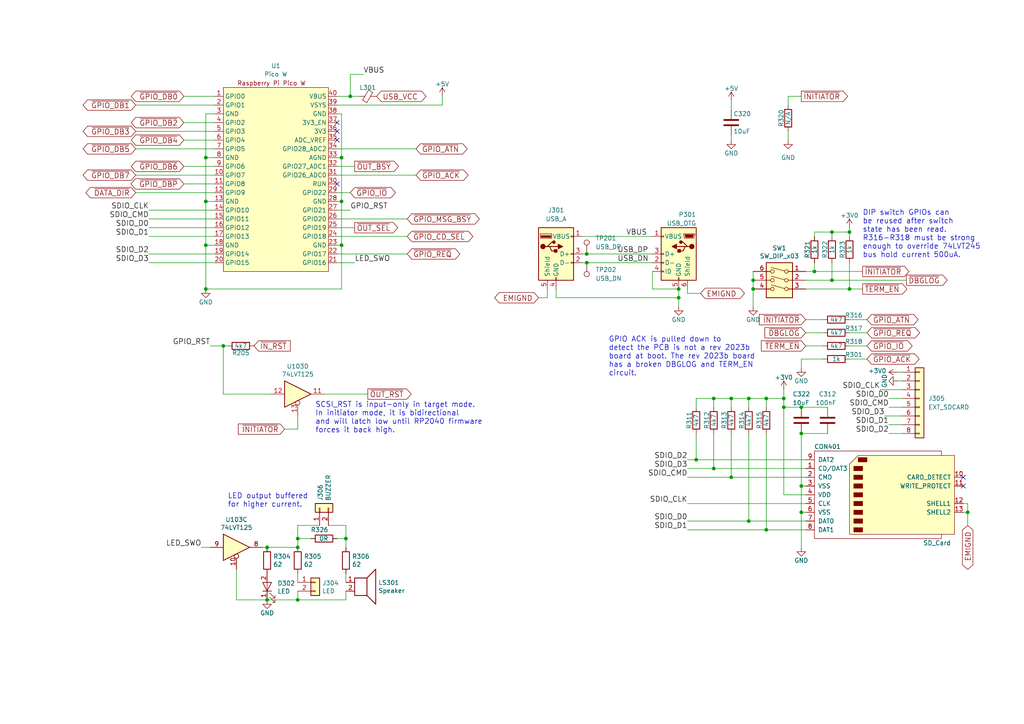
<source format=kicad_sch>
(kicad_sch (version 20230121) (generator eeschema)
  (paper "A4")
  (title_block (title "ZuluSCSI (TM) Pico OSHW") (date "2023-09-19") (rev "2023d") (company "(C) Rabbit Hole Computing ") (comment 1 "ZuluSCSI is a registered trademark of") (comment 2 "Descended from SCSI2SD, with special thanks to Michael McMaster"))
  (lib_symbols
    (symbol "74xx:74LVC125" (pin_names (offset 1.016))
      (property "Reference" "U" (at 0 1.27 0))
      (property "Value" "74LVC125" (at 0 -1.27 0))
      (symbol "74LVC125_1_0"
        (pin input inverted (at 0 -6.35 90) (length 4.445) (name "~") (number "1"))
        (pin input line (at -7.62 0 0) (length 3.81) (name "~") (number "2"))
        (pin tri_state line (at 7.62 0 180) (length 3.81) (name "~") (number "3"))
      )
      (symbol "74LVC125_2_0"
        (pin input inverted (at 0 -6.35 90) (length 4.445) (name "~") (number "4"))
        (pin input line (at -7.62 0 0) (length 3.81) (name "~") (number "5"))
        (pin tri_state line (at 7.62 0 180) (length 3.81) (name "~") (number "6"))
      )
      (symbol "74LVC125_3_0"
        (pin input inverted (at 0 -6.35 90) (length 4.445) (name "~") (number "10"))
        (pin tri_state line (at 7.62 0 180) (length 3.81) (name "~") (number "8"))
        (pin input line (at -7.62 0 0) (length 3.81) (name "~") (number "9"))
      )
      (symbol "74LVC125_4_0"
        (pin tri_state line (at 7.62 0 180) (length 3.81) (name "~") (number "11"))
        (pin input line (at -7.62 0 0) (length 3.81) (name "~") (number "12"))
        (pin input inverted (at 0 -6.35 90) (length 4.445) (name "~") (number "13"))
      )
      (symbol "74LVC125_5_0"
        (pin power_in line (at 0 12.7 270) (length 5.08) (name "VCC") (number "14"))
        (pin power_in line (at 0 -12.7 90) (length 5.08) (name "GND") (number "7"))
      )
    )
    (symbol "Connector:TestPoint" (pin_numbers hide) (pin_names (offset 0.762) hide)
      (property "Reference" "TP" (at 0 6.858 0))
      (property "Value" "TestPoint" (at 0 5.08 0))
      (symbol "TestPoint_1_1"
        (pin passive line (at 0 0 90) (length 2.54) (name "1") (number "1"))
      )
    )
    (symbol "Connector:USB_A" (pin_names (offset 1.016))
      (property "Reference" "J" (at -5.08 11.43 0))
      (property "Value" "USB_A" (at -5.08 8.89 0))
      (symbol "USB_A_1_1"
        (pin power_in line (at 7.62 5.08 180) (length 2.54) (name "VBUS") (number "1"))
        (pin bidirectional line (at 7.62 -2.54 180) (length 2.54) (name "D-") (number "2"))
        (pin bidirectional line (at 7.62 0 180) (length 2.54) (name "D+") (number "3"))
        (pin power_in line (at 0 -10.16 90) (length 2.54) (name "GND") (number "4"))
        (pin passive line (at -2.54 -10.16 90) (length 2.54) (name "Shield") (number "5"))
      )
    )
    (symbol "Connector_Generic:Conn_01x08" (pin_names (offset 1.016) hide)
      (property "Reference" "J" (at 0 10.16 0))
      (property "Value" "Conn_01x08" (at 0 -12.7 0))
      (symbol "Conn_01x08_1_1"
        (pin passive line (at -5.08 7.62 0) (length 3.81) (name "Pin_1") (number "1"))
        (pin passive line (at -5.08 5.08 0) (length 3.81) (name "Pin_2") (number "2"))
        (pin passive line (at -5.08 2.54 0) (length 3.81) (name "Pin_3") (number "3"))
        (pin passive line (at -5.08 0 0) (length 3.81) (name "Pin_4") (number "4"))
        (pin passive line (at -5.08 -2.54 0) (length 3.81) (name "Pin_5") (number "5"))
        (pin passive line (at -5.08 -5.08 0) (length 3.81) (name "Pin_6") (number "6"))
        (pin passive line (at -5.08 -7.62 0) (length 3.81) (name "Pin_7") (number "7"))
        (pin passive line (at -5.08 -10.16 0) (length 3.81) (name "Pin_8") (number "8"))
      )
    )
    (symbol "Device:FerriteBead_Small" (pin_numbers hide) (pin_names (offset 0))
      (property "Reference" "FB" (at 1.905 1.27 0))
      (property "Value" "FerriteBead_Small" (at 1.905 -1.27 0))
      (symbol "FerriteBead_Small_1_1"
        (pin passive line (at 0 2.54 270) (length 1.27) (name "~") (number "1"))
        (pin passive line (at 0 -2.54 90) (length 1.27) (name "~") (number "2"))
      )
    )
    (symbol "Device:Speaker" (pin_names (offset 0) hide)
      (property "Reference" "LS" (at 1.27 5.715 0))
      (property "Value" "Speaker" (at 1.27 3.81 0))
      (symbol "Speaker_1_1"
        (pin input line (at -5.08 0 0) (length 2.54) (name "1") (number "1"))
        (pin input line (at -5.08 -2.54 0) (length 2.54) (name "2") (number "2"))
      )
    )
    (symbol "MCU_RaspberryPi_and_Boards:Pico W"
      (property "Reference" "U" (at -13.97 27.94 0))
      (property "Value" "Pico W" (at 0 19.05 0))
      (symbol "Pico W_1_0"
        (text "Raspberry Pi Pico W" (at -1.27 27.94 0) (effects (font (size 1.27 1.27))))
      )
      (symbol "Pico W_1_1"
        (pin bidirectional line (at -17.78 24.13 0) (length 2.54) (name "GPIO0") (number "1"))
        (pin bidirectional line (at -17.78 1.27 0) (length 2.54) (name "GPIO7") (number "10"))
        (pin bidirectional line (at -17.78 -1.27 0) (length 2.54) (name "GPIO8") (number "11"))
        (pin bidirectional line (at -17.78 -3.81 0) (length 2.54) (name "GPIO9") (number "12"))
        (pin power_in line (at -17.78 -6.35 0) (length 2.54) (name "GND") (number "13"))
        (pin bidirectional line (at -17.78 -8.89 0) (length 2.54) (name "GPIO10") (number "14"))
        (pin bidirectional line (at -17.78 -11.43 0) (length 2.54) (name "GPIO11") (number "15"))
        (pin bidirectional line (at -17.78 -13.97 0) (length 2.54) (name "GPIO12") (number "16"))
        (pin bidirectional line (at -17.78 -16.51 0) (length 2.54) (name "GPIO13") (number "17"))
        (pin power_in line (at -17.78 -19.05 0) (length 2.54) (name "GND") (number "18"))
        (pin bidirectional line (at -17.78 -21.59 0) (length 2.54) (name "GPIO14") (number "19"))
        (pin bidirectional line (at -17.78 21.59 0) (length 2.54) (name "GPIO1") (number "2"))
        (pin bidirectional line (at -17.78 -24.13 0) (length 2.54) (name "GPIO15") (number "20"))
        (pin bidirectional line (at 17.78 -24.13 180) (length 2.54) (name "GPIO16") (number "21"))
        (pin bidirectional line (at 17.78 -21.59 180) (length 2.54) (name "GPIO17") (number "22"))
        (pin power_in line (at 17.78 -19.05 180) (length 2.54) (name "GND") (number "23"))
        (pin bidirectional line (at 17.78 -16.51 180) (length 2.54) (name "GPIO18") (number "24"))
        (pin bidirectional line (at 17.78 -13.97 180) (length 2.54) (name "GPIO19") (number "25"))
        (pin bidirectional line (at 17.78 -11.43 180) (length 2.54) (name "GPIO20") (number "26"))
        (pin bidirectional line (at 17.78 -8.89 180) (length 2.54) (name "GPIO21") (number "27"))
        (pin power_in line (at 17.78 -6.35 180) (length 2.54) (name "GND") (number "28"))
        (pin bidirectional line (at 17.78 -3.81 180) (length 2.54) (name "GPIO22") (number "29"))
        (pin power_in line (at -17.78 19.05 0) (length 2.54) (name "GND") (number "3"))
        (pin input line (at 17.78 -1.27 180) (length 2.54) (name "RUN") (number "30"))
        (pin bidirectional line (at 17.78 1.27 180) (length 2.54) (name "GPIO26_ADC0") (number "31"))
        (pin bidirectional line (at 17.78 3.81 180) (length 2.54) (name "GPIO27_ADC1") (number "32"))
        (pin power_in line (at 17.78 6.35 180) (length 2.54) (name "AGND") (number "33"))
        (pin bidirectional line (at 17.78 8.89 180) (length 2.54) (name "GPIO28_ADC2") (number "34"))
        (pin power_in line (at 17.78 11.43 180) (length 2.54) (name "ADC_VREF") (number "35"))
        (pin power_in line (at 17.78 13.97 180) (length 2.54) (name "3V3") (number "36"))
        (pin input line (at 17.78 16.51 180) (length 2.54) (name "3V3_EN") (number "37"))
        (pin bidirectional line (at 17.78 19.05 180) (length 2.54) (name "GND") (number "38"))
        (pin power_in line (at 17.78 21.59 180) (length 2.54) (name "VSYS") (number "39"))
        (pin bidirectional line (at -17.78 16.51 0) (length 2.54) (name "GPIO2") (number "4"))
        (pin power_in line (at 17.78 24.13 180) (length 2.54) (name "VBUS") (number "40"))
        (pin bidirectional line (at -17.78 13.97 0) (length 2.54) (name "GPIO3") (number "5"))
        (pin bidirectional line (at -17.78 11.43 0) (length 2.54) (name "GPIO4") (number "6"))
        (pin bidirectional line (at -17.78 8.89 0) (length 2.54) (name "GPIO5") (number "7"))
        (pin power_in line (at -17.78 6.35 0) (length 2.54) (name "GND") (number "8"))
        (pin bidirectional line (at -17.78 3.81 0) (length 2.54) (name "GPIO6") (number "9"))
      )
    )
    (symbol "Switch:SW_DIP_x03" (pin_names (offset 0) hide)
      (property "Reference" "SW" (at 0 8.89 0))
      (property "Value" "SW_DIP_x03" (at 0 -3.81 0))
      (symbol "SW_DIP_x03_1_1"
        (pin passive line (at -7.62 5.08 0) (length 5.08) (name "~") (number "1"))
        (pin passive line (at -7.62 2.54 0) (length 5.08) (name "~") (number "2"))
        (pin passive line (at -7.62 0 0) (length 5.08) (name "~") (number "3"))
        (pin passive line (at 7.62 0 180) (length 5.08) (name "~") (number "4"))
        (pin passive line (at 7.62 2.54 180) (length 5.08) (name "~") (number "5"))
        (pin passive line (at 7.62 5.08 180) (length 5.08) (name "~") (number "6"))
      )
    )
    (symbol "ZuluSCSIscsi-rescue:GND" (power) (pin_names (offset 0))
      (property "Value" "GND" (at 0 -3.81 0))
      (symbol "GND_1_1"
        (pin power_in line (at 0 0 270) (length 0) hide (name "GND") (number "1"))
      )
    )
    (symbol "ZuluSCSIscsi-rescue:USB_OTG" (pin_names (offset 1.016))
      (property "Reference" "J" (at -5.08 11.43 0))
      (property "Value" "USB_OTG" (at -5.08 8.89 0))
      (symbol "USB_OTG_1_1"
        (pin power_in line (at 7.62 5.08 180) (length 2.54) (name "VBUS") (number "1"))
        (pin passive line (at 7.62 -2.54 180) (length 2.54) (name "D-") (number "2"))
        (pin passive line (at 7.62 0 180) (length 2.54) (name "D+") (number "3"))
        (pin passive line (at 7.62 -5.08 180) (length 2.54) (name "ID") (number "4"))
        (pin power_in line (at 0 -10.16 90) (length 2.54) (name "GND") (number "5"))
        (pin passive line (at -2.54 -10.16 90) (length 2.54) (name "Shield") (number "6"))
      )
    )
    (symbol "power:GND" (power) (pin_names (offset 0))
      (property "Value" "GND" (at 0 -3.81 0))
      (symbol "GND_1_1"
        (pin power_in line (at 0 0 270) (length 0) hide (name "GND") (number "1"))
      )
    )
    (symbol "zuluscsi-rescue:+3V0" (power) (pin_names (offset 0))
      (property "Value" "+3V0" (at 0 3.556 0))
      (symbol "+3V0_1_1"
        (pin power_in line (at 0 0 90) (length 0) hide (name "+3V0") (number "1"))
      )
    )
    (symbol "zuluscsi-rescue:+5V" (power) (pin_names (offset 0))
      (property "Value" "+5V" (at 0 3.556 0))
      (symbol "+5V_1_1"
        (pin power_in line (at 0 0 90) (length 0) hide (name "+5V") (number "1"))
      )
    )
    (symbol "zuluscsi-rescue:C" (pin_numbers hide) (pin_names (offset 0.254))
      (property "Reference" "C" (at 0.635 2.54 0))
      (property "Value" "C" (at 0.635 -2.54 0))
      (symbol "C_1_1"
        (pin passive line (at 0 3.81 270) (length 2.794) (name "~") (number "1"))
        (pin passive line (at 0 -3.81 90) (length 2.794) (name "~") (number "2"))
      )
    )
    (symbol "zuluscsi-rescue:Conn_01x02" (pin_names (offset 1.016) hide)
      (property "Reference" "J" (at 0 2.54 0))
      (property "Value" "Conn_01x02" (at 0 -5.08 0))
      (symbol "Conn_01x02_1_1"
        (pin passive line (at -5.08 0 0) (length 3.81) (name "Pin_1") (number "1"))
        (pin passive line (at -5.08 -2.54 0) (length 3.81) (name "Pin_2") (number "2"))
      )
    )
    (symbol "zuluscsi-rescue:GND" (power) (pin_names (offset 0))
      (property "Value" "GND" (at 0 -3.81 0))
      (symbol "GND_1_1"
        (pin power_in line (at 0 0 270) (length 0) hide (name "GND") (number "1"))
      )
    )
    (symbol "zuluscsi-rescue:LED" (pin_names (offset 1.016) hide)
      (property "Reference" "D" (at 0 2.54 0))
      (property "Value" "LED" (at 0 -2.54 0))
      (symbol "LED_1_1"
        (pin passive line (at -3.81 0 0) (length 2.54) (name "K") (number "1"))
        (pin passive line (at 3.81 0 180) (length 2.54) (name "A") (number "2"))
      )
    )
    (symbol "zuluscsi-rescue:R" (pin_numbers hide) (pin_names (offset 0))
      (property "Reference" "R" (at 2.032 0 90))
      (property "Value" "R" (at 0 0 90))
      (symbol "R_1_1"
        (pin passive line (at 0 3.81 270) (length 1.27) (name "~") (number "1"))
        (pin passive line (at 0 -3.81 90) (length 1.27) (name "~") (number "2"))
      )
    )
    (symbol "zuluscsi-rescue:SD_Card" (pin_names (offset 1.016))
      (property "Reference" "J" (at -16.51 13.97 0))
      (property "Value" "SD_Card" (at 15.24 -13.97 0))
      (symbol "SD_Card_1_1"
        (pin input line (at -22.86 7.62 0) (length 2.54) (name "CD/DAT3") (number "1"))
        (pin input line (at 22.86 5.08 180) (length 2.54) (name "CARD_DETECT") (number "10"))
        (pin input line (at 22.86 2.54 180) (length 2.54) (name "WRITE_PROTECT") (number "11"))
        (pin input line (at 22.86 -2.54 180) (length 2.54) (name "SHELL1") (number "12"))
        (pin input line (at 22.86 -5.08 180) (length 2.54) (name "SHELL2") (number "13"))
        (pin input line (at -22.86 5.08 0) (length 2.54) (name "CMD") (number "2"))
        (pin input line (at -22.86 2.54 0) (length 2.54) (name "VSS") (number "3"))
        (pin input line (at -22.86 0 0) (length 2.54) (name "VDD") (number "4"))
        (pin input line (at -22.86 -2.54 0) (length 2.54) (name "CLK") (number "5"))
        (pin input line (at -22.86 -5.08 0) (length 2.54) (name "VSS") (number "6"))
        (pin input line (at -22.86 -7.62 0) (length 2.54) (name "DAT0") (number "7"))
        (pin input line (at -22.86 -10.16 0) (length 2.54) (name "DAT1") (number "8"))
        (pin input line (at -22.86 10.16 0) (length 2.54) (name "DAT2") (number "9"))
      )
    )
  )
  (junction (at 227.33 115.57))
  (junction (at 64.77 100.33))
  (junction (at 101.6 27.94))
  (junction (at 232.41 148.59))
  (junction (at 196.85 86.36))
  (junction (at 222.25 153.67))
  (junction (at 86.36 156.21))
  (junction (at 99.06 58.42))
  (junction (at 59.69 58.42))
  (junction (at 86.36 173.99))
  (junction (at 241.3 81.28))
  (junction (at 59.69 83.82))
  (junction (at 217.17 151.13))
  (junction (at 99.06 71.12))
  (junction (at 280.67 148.59))
  (junction (at 207.01 115.57))
  (junction (at 170.18 73.66))
  (junction (at 212.09 138.43))
  (junction (at 86.36 158.75))
  (junction (at 232.41 118.11))
  (junction (at 246.38 83.82))
  (junction (at 218.44 81.28))
  (junction (at 77.47 173.99))
  (junction (at 99.06 45.72))
  (junction (at 212.09 115.57))
  (junction (at 227.33 118.11))
  (junction (at 232.41 140.97))
  (junction (at 196.85 83.82))
  (junction (at 241.3 67.31))
  (junction (at 59.69 71.12))
  (junction (at 201.93 133.35))
  (junction (at 232.41 125.73))
  (junction (at 217.17 115.57))
  (junction (at 77.47 158.75))
  (junction (at 236.22 78.74))
  (junction (at 170.18 76.2))
  (junction (at 218.44 83.82))
  (junction (at 207.01 135.89))
  (junction (at 246.38 67.31))
  (junction (at 222.25 115.57))
  (junction (at 100.33 156.21))
  (junction (at 59.69 45.72))
  (no_connect (at 97.79 38.1))
  (no_connect (at 279.4 140.97))
  (no_connect (at 97.79 40.64))
  (no_connect (at 97.79 53.34))
  (no_connect (at 279.4 138.43))
  (no_connect (at 97.79 35.56))
  (wire (pts (xy 86.36 156.21) (xy 86.36 158.75)))
  (wire (pts (xy 39.37 38.1) (xy 62.23 38.1)))
  (wire (pts (xy 62.23 63.5) (xy 43.18 63.5)))
  (wire (pts (xy 199.39 146.05) (xy 233.68 146.05)))
  (wire (pts (xy 64.77 100.33) (xy 66.04 100.33)))
  (wire (pts (xy 62.23 76.2) (xy 43.18 76.2)))
  (wire (pts (xy 222.25 115.57) (xy 222.25 118.11)))
  (wire (pts (xy 62.23 68.58) (xy 43.18 68.58)))
  (wire (pts (xy 158.75 86.36) (xy 158.75 83.82)))
  (wire (pts (xy 62.23 66.04) (xy 43.18 66.04)))
  (wire (pts (xy 207.01 135.89) (xy 233.68 135.89)))
  (wire (pts (xy 250.19 78.74) (xy 236.22 78.74)))
  (wire (pts (xy 256.54 120.65) (xy 261.62 120.65)))
  (wire (pts (xy 232.41 118.11) (xy 227.33 118.11)))
  (wire (pts (xy 39.37 43.18) (xy 62.23 43.18)))
  (wire (pts (xy 77.47 173.99) (xy 86.36 173.99)))
  (wire (pts (xy 62.23 73.66) (xy 43.18 73.66)))
  (wire (pts (xy 97.79 48.26) (xy 102.87 48.26)))
  (wire (pts (xy 280.67 152.4) (xy 280.67 148.59)))
  (wire (pts (xy 59.69 71.12) (xy 62.23 71.12)))
  (wire (pts (xy 251.46 92.71) (xy 246.38 92.71)))
  (wire (pts (xy 233.68 148.59) (xy 232.41 148.59)))
  (wire (pts (xy 233.68 83.82) (xy 246.38 83.82)))
  (wire (pts (xy 212.09 40.64) (xy 212.09 39.37)))
  (wire (pts (xy 161.29 86.36) (xy 196.85 86.36)))
  (wire (pts (xy 196.85 83.82) (xy 196.85 86.36)))
  (wire (pts (xy 97.79 71.12) (xy 99.06 71.12)))
  (wire (pts (xy 97.79 66.04) (xy 102.87 66.04)))
  (wire (pts (xy 59.69 58.42) (xy 59.69 71.12)))
  (wire (pts (xy 97.79 55.88) (xy 101.6 55.88)))
  (wire (pts (xy 238.76 104.14) (xy 232.41 104.14)))
  (wire (pts (xy 280.67 148.59) (xy 279.4 148.59)))
  (wire (pts (xy 212.09 115.57) (xy 217.17 115.57)))
  (wire (pts (xy 232.41 158.75) (xy 232.41 148.59)))
  (wire (pts (xy 59.69 71.12) (xy 59.69 83.82)))
  (wire (pts (xy 212.09 29.21) (xy 212.09 31.75)))
  (wire (pts (xy 217.17 125.73) (xy 217.17 151.13)))
  (wire (pts (xy 241.3 81.28) (xy 241.3 76.2)))
  (wire (pts (xy 238.76 100.33) (xy 233.68 100.33)))
  (wire (pts (xy 218.44 83.82) (xy 218.44 88.9)))
  (wire (pts (xy 59.69 33.02) (xy 59.69 45.72)))
  (wire (pts (xy 212.09 125.73) (xy 212.09 138.43)))
  (wire (pts (xy 232.41 148.59) (xy 232.41 140.97)))
  (wire (pts (xy 86.36 152.4) (xy 86.36 156.21)))
  (wire (pts (xy 246.38 83.82) (xy 250.19 83.82)))
  (wire (pts (xy 228.6 40.64) (xy 228.6 38.1)))
  (wire (pts (xy 62.23 33.02) (xy 59.69 33.02)))
  (wire (pts (xy 58.42 158.75) (xy 60.96 158.75)))
  (wire (pts (xy 97.79 43.18) (xy 120.65 43.18)))
  (wire (pts (xy 86.36 168.91) (xy 86.36 166.37)))
  (wire (pts (xy 201.93 125.73) (xy 201.93 133.35)))
  (wire (pts (xy 118.11 63.5) (xy 97.79 63.5)))
  (wire (pts (xy 255.27 113.03) (xy 261.62 113.03)))
  (wire (pts (xy 161.29 83.82) (xy 161.29 86.36)))
  (wire (pts (xy 218.44 78.74) (xy 218.44 81.28)))
  (wire (pts (xy 59.69 83.82) (xy 99.06 83.82)))
  (wire (pts (xy 97.79 33.02) (xy 99.06 33.02)))
  (wire (pts (xy 236.22 67.31) (xy 236.22 68.58)))
  (wire (pts (xy 201.93 115.57) (xy 201.93 118.11)))
  (wire (pts (xy 168.91 73.66) (xy 170.18 73.66)))
  (wire (pts (xy 233.68 92.71) (xy 238.76 92.71)))
  (wire (pts (xy 280.67 146.05) (xy 279.4 146.05)))
  (wire (pts (xy 53.34 40.64) (xy 62.23 40.64)))
  (wire (pts (xy 97.79 76.2) (xy 102.87 76.2)))
  (wire (pts (xy 227.33 118.11) (xy 227.33 143.51)))
  (wire (pts (xy 99.06 58.42) (xy 99.06 71.12)))
  (wire (pts (xy 62.23 60.96) (xy 43.18 60.96)))
  (wire (pts (xy 199.39 138.43) (xy 212.09 138.43)))
  (wire (pts (xy 77.47 173.99) (xy 68.58 173.99)))
  (wire (pts (xy 68.58 173.99) (xy 68.58 165.1)))
  (wire (pts (xy 53.34 53.34) (xy 62.23 53.34)))
  (wire (pts (xy 97.79 45.72) (xy 99.06 45.72)))
  (wire (pts (xy 100.33 173.99) (xy 100.33 171.45)))
  (wire (pts (xy 207.01 115.57) (xy 201.93 115.57)))
  (wire (pts (xy 218.44 81.28) (xy 218.44 83.82)))
  (wire (pts (xy 217.17 115.57) (xy 222.25 115.57)))
  (wire (pts (xy 199.39 133.35) (xy 201.93 133.35)))
  (wire (pts (xy 39.37 30.48) (xy 62.23 30.48)))
  (wire (pts (xy 100.33 156.21) (xy 100.33 158.75)))
  (wire (pts (xy 189.23 78.74) (xy 189.23 83.82)))
  (wire (pts (xy 199.39 135.89) (xy 207.01 135.89)))
  (wire (pts (xy 97.79 60.96) (xy 101.6 60.96)))
  (wire (pts (xy 228.6 27.94) (xy 232.41 27.94)))
  (wire (pts (xy 170.18 73.66) (xy 189.23 73.66)))
  (wire (pts (xy 232.41 104.14) (xy 232.41 106.68)))
  (wire (pts (xy 207.01 118.11) (xy 207.01 115.57)))
  (wire (pts (xy 168.91 76.2) (xy 170.18 76.2)))
  (wire (pts (xy 212.09 138.43) (xy 233.68 138.43)))
  (wire (pts (xy 82.55 124.46) (xy 86.36 124.46)))
  (wire (pts (xy 222.25 125.73) (xy 222.25 153.67)))
  (wire (pts (xy 203.2 85.09) (xy 199.39 85.09)))
  (wire (pts (xy 53.34 27.94) (xy 62.23 27.94)))
  (wire (pts (xy 233.68 153.67) (xy 222.25 153.67)))
  (wire (pts (xy 236.22 76.2) (xy 236.22 78.74)))
  (wire (pts (xy 93.98 114.3) (xy 106.68 114.3)))
  (wire (pts (xy 217.17 115.57) (xy 217.17 118.11)))
  (wire (pts (xy 97.79 50.8) (xy 120.65 50.8)))
  (wire (pts (xy 232.41 118.11) (xy 240.03 118.11)))
  (wire (pts (xy 59.69 58.42) (xy 62.23 58.42)))
  (wire (pts (xy 78.74 114.3) (xy 64.77 114.3)))
  (wire (pts (xy 60.96 100.33) (xy 64.77 100.33)))
  (wire (pts (xy 217.17 151.13) (xy 233.68 151.13)))
  (wire (pts (xy 227.33 143.51) (xy 233.68 143.51)))
  (wire (pts (xy 128.27 30.48) (xy 128.27 27.94)))
  (wire (pts (xy 262.89 81.28) (xy 241.3 81.28)))
  (wire (pts (xy 100.33 152.4) (xy 100.33 156.21)))
  (wire (pts (xy 227.33 113.03) (xy 227.33 115.57)))
  (wire (pts (xy 86.36 156.21) (xy 90.17 156.21)))
  (wire (pts (xy 222.25 115.57) (xy 227.33 115.57)))
  (wire (pts (xy 86.36 173.99) (xy 86.36 171.45)))
  (wire (pts (xy 105.41 21.59) (xy 101.6 21.59)))
  (wire (pts (xy 212.09 115.57) (xy 212.09 118.11)))
  (wire (pts (xy 246.38 66.04) (xy 246.38 67.31)))
  (wire (pts (xy 118.11 73.66) (xy 97.79 73.66)))
  (wire (pts (xy 156.21 86.36) (xy 158.75 86.36)))
  (wire (pts (xy 97.79 58.42) (xy 99.06 58.42)))
  (wire (pts (xy 99.06 33.02) (xy 99.06 45.72)))
  (wire (pts (xy 227.33 115.57) (xy 227.33 118.11)))
  (wire (pts (xy 170.18 76.2) (xy 189.23 76.2)))
  (wire (pts (xy 196.85 83.82) (xy 189.23 83.82)))
  (wire (pts (xy 95.25 152.4) (xy 100.33 152.4)))
  (wire (pts (xy 77.47 158.75) (xy 86.36 158.75)))
  (wire (pts (xy 97.79 27.94) (xy 101.6 27.94)))
  (wire (pts (xy 53.34 48.26) (xy 62.23 48.26)))
  (wire (pts (xy 246.38 67.31) (xy 241.3 67.31)))
  (wire (pts (xy 228.6 30.48) (xy 228.6 27.94)))
  (wire (pts (xy 199.39 85.09) (xy 199.39 83.82)))
  (wire (pts (xy 101.6 27.94) (xy 104.14 27.94)))
  (wire (pts (xy 241.3 68.58) (xy 241.3 67.31)))
  (wire (pts (xy 59.69 45.72) (xy 62.23 45.72)))
  (wire (pts (xy 86.36 152.4) (xy 92.71 152.4)))
  (wire (pts (xy 59.69 45.72) (xy 59.69 58.42)))
  (wire (pts (xy 257.81 123.19) (xy 261.62 123.19)))
  (wire (pts (xy 97.79 30.48) (xy 128.27 30.48)))
  (wire (pts (xy 257.81 115.57) (xy 261.62 115.57)))
  (wire (pts (xy 100.33 166.37) (xy 100.33 168.91)))
  (wire (pts (xy 207.01 125.73) (xy 207.01 135.89)))
  (wire (pts (xy 222.25 153.67) (xy 199.39 153.67)))
  (wire (pts (xy 118.11 68.58) (xy 97.79 68.58)))
  (wire (pts (xy 260.35 107.95) (xy 261.62 107.95)))
  (wire (pts (xy 101.6 21.59) (xy 101.6 27.94)))
  (wire (pts (xy 232.41 125.73) (xy 240.03 125.73)))
  (wire (pts (xy 241.3 81.28) (xy 233.68 81.28)))
  (wire (pts (xy 99.06 45.72) (xy 99.06 58.42)))
  (wire (pts (xy 97.79 156.21) (xy 100.33 156.21)))
  (wire (pts (xy 168.91 68.58) (xy 189.23 68.58)))
  (wire (pts (xy 86.36 124.46) (xy 86.36 120.65)))
  (wire (pts (xy 53.34 35.56) (xy 62.23 35.56)))
  (wire (pts (xy 246.38 67.31) (xy 246.38 68.58)))
  (wire (pts (xy 246.38 104.14) (xy 251.46 104.14)))
  (wire (pts (xy 260.35 110.49) (xy 261.62 110.49)))
  (wire (pts (xy 232.41 125.73) (xy 232.41 140.97)))
  (wire (pts (xy 99.06 71.12) (xy 99.06 83.82)))
  (wire (pts (xy 232.41 140.97) (xy 233.68 140.97)))
  (wire (pts (xy 251.46 100.33) (xy 246.38 100.33)))
  (wire (pts (xy 236.22 78.74) (xy 233.68 78.74)))
  (wire (pts (xy 257.81 125.73) (xy 261.62 125.73)))
  (wire (pts (xy 86.36 173.99) (xy 100.33 173.99)))
  (wire (pts (xy 76.2 158.75) (xy 77.47 158.75)))
  (wire (pts (xy 241.3 67.31) (xy 236.22 67.31)))
  (wire (pts (xy 238.76 96.52) (xy 233.68 96.52)))
  (wire (pts (xy 196.85 86.36) (xy 196.85 88.9)))
  (wire (pts (xy 246.38 76.2) (xy 246.38 83.82)))
  (wire (pts (xy 199.39 151.13) (xy 217.17 151.13)))
  (wire (pts (xy 64.77 114.3) (xy 64.77 100.33)))
  (wire (pts (xy 280.67 148.59) (xy 280.67 146.05)))
  (wire (pts (xy 39.37 50.8) (xy 62.23 50.8)))
  (wire (pts (xy 39.37 55.88) (xy 62.23 55.88)))
  (wire (pts (xy 251.46 96.52) (xy 246.38 96.52)))
  (wire (pts (xy 212.09 115.57) (xy 207.01 115.57)))
  (wire (pts (xy 201.93 133.35) (xy 233.68 133.35)))
  (wire (pts (xy 257.81 118.11) (xy 261.62 118.11)))
  (text "GPIO ACK is pulled down to \ndetect the PCB is not a rev 2023b\nboard at boot. The rev 2023b board\nhas a broken DBGLOG and TERM_EN\ncircuit." (at 176.53 109.22 0) (effects (font (size 1.524 1.524)) (justify left bottom)))
  (text "DIP switch GPIOs can\nbe reused after switch\nstate has been read.\nR316-R318 must be strong\nenough to override 74LVT245\nbus hold current 500uA." (at 250.19 74.93 0) (effects (font (size 1.524 1.524)) (justify left bottom)))
  (text "SCSI_RST is input-only in target mode.\nIn initiator mode, it is bidirectional\nand will latch low until RP2040 firmware\nforces it back high." (at 91.44 125.73 0) (effects (font (size 1.524 1.524)) (justify left bottom)))
  (text "LED output buffered\nfor higher current." (at 66.04 147.32 0) (effects (font (size 1.524 1.524)) (justify left bottom)))
  (label "SDIO_CLK" (at 255.27 113.03 180) (effects (font (size 1.524 1.524))))
  (label "SDIO_CMD" (at 199.39 138.43 180) (effects (font (size 1.524 1.524))))
  (label "SDIO_D1" (at 199.39 153.67 180) (effects (font (size 1.524 1.524))))
  (label "USB_DP" (at 179.07 73.66 0) (effects (font (size 1.524 1.524))))
  (label "SDIO_D2" (at 199.39 133.35 180) (effects (font (size 1.524 1.524))))
  (label "SDIO_D1" (at 257.81 123.19 180) (effects (font (size 1.524 1.524))))
  (label "SDIO_D0" (at 199.39 151.13 180) (effects (font (size 1.524 1.524))))
  (label "SDIO_D0" (at 43.18 66.04 180) (effects (font (size 1.524 1.524))))
  (label "SDIO_D3" (at 256.54 120.65 180) (effects (font (size 1.524 1.524))))
  (label "USB_DN" (at 179.07 76.2 0) (effects (font (size 1.524 1.524))))
  (label "SDIO_CLK" (at 43.18 60.96 180) (effects (font (size 1.524 1.524))))
  (label "SDIO_D2" (at 257.81 125.73 180) (effects (font (size 1.524 1.524))))
  (label "LED_SWO" (at 102.87 76.2 0) (effects (font (size 1.524 1.524))))
  (label "SDIO_D3" (at 43.18 76.2 180) (effects (font (size 1.524 1.524))))
  (label "SDIO_CMD" (at 257.81 118.11 180) (effects (font (size 1.524 1.524))))
  (label "SDIO_D0" (at 257.81 115.57 180) (effects (font (size 1.524 1.524))))
  (label "SDIO_CMD" (at 43.18 63.5 180) (effects (font (size 1.524 1.524))))
  (label "LED_SWO" (at 58.42 158.75 180) (effects (font (size 1.524 1.524))))
  (label "GPIO_RST" (at 101.6 60.96 0) (effects (font (size 1.524 1.524))))
  (label "VBUS" (at 181.61 68.58 0) (effects (font (size 1.524 1.524))))
  (label "SDIO_CLK" (at 199.39 146.05 180) (effects (font (size 1.524 1.524))))
  (label "VBUS" (at 105.41 21.59 0) (effects (font (size 1.524 1.524))))
  (label "SDIO_D2" (at 43.18 73.66 180) (effects (font (size 1.524 1.524))))
  (label "SDIO_D3" (at 199.39 135.89 180) (effects (font (size 1.524 1.524))))
  (label "GPIO_RST" (at 60.96 100.33 180) (effects (font (size 1.524 1.524))))
  (label "SDIO_D1" (at 43.18 68.58 180) (effects (font (size 1.524 1.524))))
  (global_label "~{GPIO_DB1}" (shape bidirectional) (at 39.37 30.48 180) (effects (font (size 1.524 1.524))) (property "Intersheetrefs" "${INTERSHEET_REFS}" (effects hide)))
  (global_label "~{GPIO_DB5}" (shape bidirectional) (at 39.37 43.18 180) (effects (font (size 1.524 1.524))) (property "Intersheetrefs" "${INTERSHEET_REFS}" (effects hide)))
  (global_label "~{OUT_SEL}" (shape output) (at 102.87 66.04 0) (effects (font (size 1.524 1.524))) (property "Intersheetrefs" "${INTERSHEET_REFS}" (effects hide)))
  (global_label "~{GPIO_REQ}" (shape bidirectional) (at 251.46 96.52 0) (effects (font (size 1.524 1.524))) (property "Intersheetrefs" "${INTERSHEET_REFS}" (effects hide)))
  (global_label "~{GPIO_ACK}" (shape bidirectional) (at 120.65 50.8 0) (effects (font (size 1.524 1.524))) (property "Intersheetrefs" "${INTERSHEET_REFS}" (effects hide)))
  (global_label "~{GPIO_ACK}" (shape bidirectional) (at 251.46 104.14 0) (effects (font (size 1.524 1.524))) (property "Intersheetrefs" "${INTERSHEET_REFS}" (effects hide)))
  (global_label "~{GPIO_DB0}" (shape bidirectional) (at 53.34 27.94 180) (effects (font (size 1.524 1.524))) (property "Intersheetrefs" "${INTERSHEET_REFS}" (effects hide)))
  (global_label "~{INITIATOR}" (shape input) (at 82.55 124.46 180) (effects (font (size 1.524 1.524))) (property "Intersheetrefs" "${INTERSHEET_REFS}" (effects hide)))
  (global_label "~{IN_RST}" (shape input) (at 73.66 100.33 0) (effects (font (size 1.524 1.524))) (property "Intersheetrefs" "${INTERSHEET_REFS}" (effects hide)))
  (global_label "EMIGND" (shape bidirectional) (at 156.21 86.36 180) (effects (font (size 1.524 1.524))) (property "Intersheetrefs" "${INTERSHEET_REFS}" (effects hide)))
  (global_label "~{INITIATOR}" (shape output) (at 232.41 27.94 0) (effects (font (size 1.524 1.524))) (property "Intersheetrefs" "${INTERSHEET_REFS}" (effects hide)))
  (global_label "~{INITIATOR}" (shape input) (at 233.68 92.71 180) (effects (font (size 1.524 1.524))) (property "Intersheetrefs" "${INTERSHEET_REFS}" (effects hide)))
  (global_label "~{GPIO_DBP}" (shape bidirectional) (at 53.34 53.34 180) (effects (font (size 1.524 1.524))) (property "Intersheetrefs" "${INTERSHEET_REFS}" (effects hide)))
  (global_label "EMIGND" (shape bidirectional) (at 280.67 152.4 270) (effects (font (size 1.524 1.524))) (property "Intersheetrefs" "${INTERSHEET_REFS}" (effects hide)))
  (global_label "~{GPIO_DB2}" (shape bidirectional) (at 53.34 35.56 180) (effects (font (size 1.524 1.524))) (property "Intersheetrefs" "${INTERSHEET_REFS}" (effects hide)))
  (global_label "~{GPIO_IO}" (shape bidirectional) (at 251.46 100.33 0) (effects (font (size 1.524 1.524))) (property "Intersheetrefs" "${INTERSHEET_REFS}" (effects hide)))
  (global_label "~{DATA_DIR}" (shape bidirectional) (at 39.37 55.88 180) (effects (font (size 1.524 1.524))) (property "Intersheetrefs" "${INTERSHEET_REFS}" (effects hide)))
  (global_label "~{DBGLOG}" (shape input) (at 233.68 96.52 180) (effects (font (size 1.524 1.524))) (property "Intersheetrefs" "${INTERSHEET_REFS}" (effects hide)))
  (global_label "~{GPIO_REQ}" (shape bidirectional) (at 118.11 73.66 0) (effects (font (size 1.524 1.524))) (property "Intersheetrefs" "${INTERSHEET_REFS}" (effects hide)))
  (global_label "~{GPIO_DB7}" (shape bidirectional) (at 39.37 50.8 180) (effects (font (size 1.524 1.524))) (property "Intersheetrefs" "${INTERSHEET_REFS}" (effects hide)))
  (global_label "~{TERM_EN}" (shape input) (at 233.68 100.33 180) (effects (font (size 1.524 1.524))) (property "Intersheetrefs" "${INTERSHEET_REFS}" (effects hide)))
  (global_label "~{GPIO_DB6}" (shape bidirectional) (at 53.34 48.26 180) (effects (font (size 1.524 1.524))) (property "Intersheetrefs" "${INTERSHEET_REFS}" (effects hide)))
  (global_label "~{OUT_RST}" (shape output) (at 106.68 114.3 0) (effects (font (size 1.524 1.524))) (property "Intersheetrefs" "${INTERSHEET_REFS}" (effects hide)))
  (global_label "~{GPIO_DB4}" (shape bidirectional) (at 53.34 40.64 180) (effects (font (size 1.524 1.524))) (property "Intersheetrefs" "${INTERSHEET_REFS}" (effects hide)))
  (global_label "~{GPIO_ATN}" (shape bidirectional) (at 120.65 43.18 0) (effects (font (size 1.524 1.524))) (property "Intersheetrefs" "${INTERSHEET_REFS}" (effects hide)))
  (global_label "EMIGND" (shape bidirectional) (at 203.2 85.09 0) (effects (font (size 1.524 1.524))) (property "Intersheetrefs" "${INTERSHEET_REFS}" (effects hide)))
  (global_label "USB_VCC" (shape bidirectional) (at 109.22 27.94 0) (effects (font (size 1.524 1.524))) (property "Intersheetrefs" "${INTERSHEET_REFS}" (effects hide)))
  (global_label "~{TERM_EN}" (shape output) (at 250.19 83.82 0) (effects (font (size 1.524 1.524))) (property "Intersheetrefs" "${INTERSHEET_REFS}" (effects hide)))
  (global_label "~{GPIO_DB3}" (shape bidirectional) (at 39.37 38.1 180) (effects (font (size 1.524 1.524))) (property "Intersheetrefs" "${INTERSHEET_REFS}" (effects hide)))
  (global_label "~{DBGLOG}" (shape output) (at 262.89 81.28 0) (effects (font (size 1.524 1.524))) (property "Intersheetrefs" "${INTERSHEET_REFS}" (effects hide)))
  (global_label "~{GPIO_MSG_BSY}" (shape bidirectional) (at 118.11 63.5 0) (effects (font (size 1.524 1.524))) (property "Intersheetrefs" "${INTERSHEET_REFS}" (effects hide)))
  (global_label "~{OUT_BSY}" (shape output) (at 102.87 48.26 0) (effects (font (size 1.524 1.524))) (property "Intersheetrefs" "${INTERSHEET_REFS}" (effects hide)))
  (global_label "~{GPIO_IO}" (shape bidirectional) (at 101.6 55.88 0) (effects (font (size 1.524 1.524))) (property "Intersheetrefs" "${INTERSHEET_REFS}" (effects hide)))
  (global_label "~{GPIO_CD_SEL}" (shape bidirectional) (at 118.11 68.58 0) (effects (font (size 1.524 1.524))) (property "Intersheetrefs" "${INTERSHEET_REFS}" (effects hide)))
  (global_label "~{GPIO_ATN}" (shape bidirectional) (at 251.46 92.71 0) (effects (font (size 1.524 1.524))) (property "Intersheetrefs" "${INTERSHEET_REFS}" (effects hide)))
  (global_label "~{INITIATOR}" (shape output) (at 250.19 78.74 0) (effects (font (size 1.524 1.524))) (property "Intersheetrefs" "${INTERSHEET_REFS}" (effects hide)))
  (symbol (lib_id "zuluscsi-rescue:C") (at 232.41 121.92 180) (unit 1)
    (property "Reference" "C322" (at 229.87 114.3 0) (effects (justify right)))
    (property "Value" "10uF" (at 229.87 116.84 0) (effects (justify right)))
    (property "Footprint" "Capacitor_SMD:C_0805_2012Metric" (effects hide))
    (property "LCSC" "C15850" (effects hide))
    (property "Manufacturer" "Samsung" (effects hide))
    (property "PartNumber" "CL21A106KPFNNNG" (effects hide))
    (property "digikey" "1276-6456-1-ND " (effects hide))
  )
  (symbol (lib_id "zuluscsi-rescue:C") (at 240.03 121.92 180) (unit 1)
    (property "Reference" "C312" (at 242.57 114.3 0) (effects (justify left)))
    (property "Value" "100nF" (at 242.57 116.84 0) (effects (justify left)))
    (property "Footprint" "Capacitor_SMD:C_0603_1608Metric" (effects hide))
    (property "LCSC" "C14663" (effects hide))
    (property "Manufacturer" "Samsung" (effects hide))
    (property "PartNumber" "CL10B104KB8NNWC" (effects hide))
    (property "digikey" "1276-1935-1-ND" (effects hide))
  )
  (symbol (lib_id "zuluscsi-rescue:LED") (at 77.47 170.18 90) (unit 1)
    (property "Reference" "D302" (at 80.4672 169.1894 90) (effects (justify right)))
    (property "Value" "LED" (at 80.4672 171.5008 90) (effects (justify right)))
    (property "Footprint" "LED_SMD:LED_0805_2012Metric" (effects hide))
    (property "LCSC" "C434435" (effects hide))
    (property "Manufacturer" "Osram Opto Semiconductors Inc" (effects hide))
    (property "PartNumber" "LY R976-PS-36" (effects hide))
    (property "digikey" "475-2560-1-ND" (effects hide))
  )
  (symbol (lib_id "zuluscsi-rescue:R") (at 77.47 162.56 180) (unit 1)
    (property "Reference" "R304" (at 79.248 161.3916 0) (effects (justify right)))
    (property "Value" "62" (at 79.248 163.703 0) (effects (justify right)))
    (property "Footprint" "Resistor_SMD:R_0603_1608Metric" (effects hide))
    (property "LCSC" "C25252" (effects hide))
    (property "Manufacturer" "Yageo" (effects hide))
    (property "PartNumber" "RC0603FR-0762RL" (effects hide))
    (property "digikey" "311-62.0HRTR-ND" (effects hide))
  )
  (symbol (lib_id "zuluscsi-rescue:R") (at 86.36 162.56 180) (unit 1)
    (property "Reference" "R305" (at 88.138 161.3916 0) (effects (justify right)))
    (property "Value" "62" (at 88.138 163.703 0) (effects (justify right)))
    (property "Footprint" "Resistor_SMD:R_0603_1608Metric" (effects hide))
    (property "LCSC" "C25252" (effects hide))
    (property "Manufacturer" "Yageo" (effects hide))
    (property "PartNumber" "RC0603FR-0762RL" (effects hide))
    (property "digikey" "311-62.0HRTR-ND" (effects hide))
  )
  (symbol (lib_id "zuluscsi-rescue:Conn_01x02") (at 91.44 168.91 0) (unit 1)
    (property "Reference" "J304" (at 93.472 169.1132 0) (effects (justify left)))
    (property "Value" "LED" (at 93.472 171.4246 0) (effects (justify left)))
    (property "Footprint" "Connector_PinHeader_2.54mm:PinHeader_1x02_P2.54mm_Vertical" (effects hide))
    (property "LCSC" "N/A" (effects hide))
    (property "JLCPCB_IGNORE" "do not fit" (effects hide))
  )
  (symbol (lib_id "zuluscsi-rescue:SD_Card") (at 256.54 143.51 0) (unit 1)
    (property "Reference" "CON401" (at 240.03 129.54 0))
    (property "Value" "SD_Card" (at 271.78 157.48 0))
    (property "Footprint" "ZuluSCSI:SD-FCI-10067847-001" (effects hide))
    (property "LCSC" "C410353" (effects hide))
    (property "Manufacturer" "Amphenol" (effects hide))
    (property "PartNumber" "10067847-001RLF " (effects hide))
    (property "digikey" "609-3956-2-ND" (effects hide))
    (property "JLCPCBCORRECT" "1.95;11.15;0" (effects hide))
  )
  (symbol (lib_id "Device:FerriteBead_Small") (at 106.68 27.94 90) (unit 1)
    (property "Reference" "L301" (at 106.68 25.4 90))
    (property "Value" "Ferrite_Bead_Small" (effects hide))
    (property "Footprint" "Inductor_SMD:L_0603_1608Metric" (effects hide))
    (property "LCSC" "C1002" (effects hide))
    (property "Manufacturer" "Pulse Electronics Network" (effects hide))
    (property "PartNumber" "PE-0603FB601ST" (effects hide))
    (property "digikey" "553-2384-2-ND" (effects hide))
  )
  (symbol (lib_id "zuluscsi-rescue:R") (at 207.01 121.92 180) (unit 1)
    (property "Reference" "R312" (at 204.978 121.92 90))
    (property "Value" "4k7" (at 207.01 121.92 90))
    (property "Footprint" "Resistor_SMD:R_0603_1608Metric" (effects hide))
    (property "LCSC" "C23162" (effects hide))
    (property "Manufacturer" "Yageo" (effects hide))
    (property "PartNumber" "RC0603JR-074K7L" (effects hide))
    (property "digikey" "311-100KHRTR-ND" (effects hide))
  )
  (symbol (lib_id "zuluscsi-rescue:R") (at 212.09 121.92 180) (unit 1)
    (property "Reference" "R313" (at 210.058 121.92 90))
    (property "Value" "4k7" (at 212.09 121.92 90))
    (property "Footprint" "Resistor_SMD:R_0603_1608Metric" (effects hide))
    (property "LCSC" "C23162" (effects hide))
    (property "Manufacturer" "Yageo" (effects hide))
    (property "PartNumber" "RC0603JR-074K7L" (effects hide))
    (property "digikey" "311-100KHRTR-ND" (effects hide))
  )
  (symbol (lib_id "zuluscsi-rescue:R") (at 217.17 121.92 180) (unit 1)
    (property "Reference" "R314" (at 215.138 121.92 90))
    (property "Value" "4k7" (at 217.17 121.92 90))
    (property "Footprint" "Resistor_SMD:R_0603_1608Metric" (effects hide))
    (property "LCSC" "C23162" (effects hide))
    (property "Manufacturer" "Yageo" (effects hide))
    (property "PartNumber" "RC0603JR-074K7L" (effects hide))
    (property "digikey" "311-100KHRTR-ND" (effects hide))
  )
  (symbol (lib_id "zuluscsi-rescue:R") (at 222.25 121.92 180) (unit 1)
    (property "Reference" "R315" (at 220.218 121.92 90))
    (property "Value" "4k7" (at 222.25 121.92 90))
    (property "Footprint" "Resistor_SMD:R_0603_1608Metric" (effects hide))
    (property "LCSC" "C23162" (effects hide))
    (property "Manufacturer" "Yageo" (effects hide))
    (property "PartNumber" "RC0603JR-074K7L" (effects hide))
    (property "digikey" "311-100KHRTR-ND" (effects hide))
  )
  (symbol (lib_id "zuluscsi-rescue:R") (at 201.93 121.92 180) (unit 1)
    (property "Reference" "R311" (at 199.898 121.92 90))
    (property "Value" "4k7" (at 201.93 121.92 90))
    (property "Footprint" "Resistor_SMD:R_0603_1608Metric" (effects hide))
    (property "LCSC" "C23162" (effects hide))
    (property "Manufacturer" "Yageo" (effects hide))
    (property "PartNumber" "RC0603JR-074K7L" (effects hide))
    (property "digikey" "311-100KHRTR-ND" (effects hide))
  )
  (symbol (lib_id "zuluscsi-rescue:GND") (at 232.41 158.75 0) (unit 1)
    (property "Reference" "#PWR0302" (effects hide))
    (property "Value" "GND" (at 232.41 162.56 0))
  )
  (symbol (lib_id "zuluscsi-rescue:+3V0") (at 227.33 113.03 0) (unit 1)
    (property "Reference" "#PWR0301" (effects hide))
    (property "Value" "+3V0" (at 227.33 109.474 0))
  )
  (symbol (lib_id "zuluscsi-rescue:GND") (at 212.09 40.64 0) (unit 1)
    (property "Reference" "#PWR0113" (effects hide))
    (property "Value" "GND" (at 212.09 44.45 0))
  )
  (symbol (lib_id "Switch:SW_DIP_x03") (at 226.06 83.82 0) (mirror y) (unit 1)
    (property "Reference" "SW1" (at 226.06 71.9582 0))
    (property "Value" "SW_DIP_x03" (at 226.06 74.2696 0))
    (property "Footprint" "Button_Switch_SMD:SW_DIP_SPSTx03_Slide_6.7x9.18mm_W8.61mm_P2.54mm_LowProfile" (effects hide))
    (property "LCSC" "C319040" (effects hide))
    (property "Manufacturer" "CTS Electrocomponents" (effects hide))
    (property "PartNumber" "219-3MSTR" (effects hide))
    (property "digikey" "CT3094TR-ND" (effects hide))
    (property "JLCPCBCORRECT" "0;0;-90" (effects hide))
  )
  (symbol (lib_id "zuluscsi-rescue:GND") (at 218.44 88.9 0) (mirror y) (unit 1)
    (property "Reference" "#PWR0313" (effects hide))
    (property "Value" "GND" (at 218.44 92.71 0))
  )
  (symbol (lib_id "zuluscsi-rescue:R") (at 236.22 72.39 0) (mirror y) (unit 1)
    (property "Reference" "R321" (at 234.188 72.39 90))
    (property "Value" "1k" (at 236.22 72.39 90))
    (property "Footprint" "Resistor_SMD:R_0603_1608Metric" (effects hide))
    (property "LCSC" "C21190" (effects hide))
    (property "Manufacturer" "Yageo" (effects hide))
    (property "PartNumber" "RC0603JR-071KL" (effects hide))
    (property "digikey" "311-1.0KGRCT-ND" (effects hide))
  )
  (symbol (lib_id "zuluscsi-rescue:R") (at 246.38 72.39 0) (mirror y) (unit 1)
    (property "Reference" "R323" (at 244.348 72.39 90))
    (property "Value" "1k" (at 246.38 72.39 90))
    (property "Footprint" "Resistor_SMD:R_0603_1608Metric" (effects hide))
    (property "LCSC" "C21190" (effects hide))
    (property "Manufacturer" "Yageo" (effects hide))
    (property "PartNumber" "RC0603JR-071KL" (effects hide))
    (property "digikey" "311-1.0KGRCT-ND" (effects hide))
  )
  (symbol (lib_id "zuluscsi-rescue:+3V0") (at 246.38 66.04 0) (mirror y) (unit 1)
    (property "Reference" "#PWR0315" (effects hide))
    (property "Value" "+3V0" (at 246.38 62.484 0))
  )
  (symbol (lib_id "zuluscsi-rescue:R") (at 242.57 92.71 90) (unit 1)
    (property "Reference" "R316" (at 247.65 91.44 90))
    (property "Value" "4k7" (at 242.57 92.71 90))
    (property "Footprint" "Resistor_SMD:R_0603_1608Metric" (effects hide))
    (property "LCSC" "C23162" (effects hide))
    (property "Manufacturer" "Yageo" (effects hide))
    (property "PartNumber" "RC0603JR-074K7L" (effects hide))
    (property "digikey" "311-100KHRTR-ND" (effects hide))
  )
  (symbol (lib_id "zuluscsi-rescue:R") (at 242.57 100.33 90) (unit 1)
    (property "Reference" "R318" (at 247.65 99.06 90))
    (property "Value" "4k7" (at 242.57 100.33 90))
    (property "Footprint" "Resistor_SMD:R_0603_1608Metric" (effects hide))
    (property "LCSC" "C23162" (effects hide))
    (property "Manufacturer" "Yageo" (effects hide))
    (property "PartNumber" "RC0603JR-074K7L" (effects hide))
    (property "digikey" "311-100KHRTR-ND" (effects hide))
  )
  (symbol (lib_id "zuluscsi-rescue:R") (at 241.3 72.39 0) (mirror y) (unit 1)
    (property "Reference" "R322" (at 239.268 72.39 90))
    (property "Value" "1k" (at 241.3 72.39 90))
    (property "Footprint" "Resistor_SMD:R_0603_1608Metric" (effects hide))
    (property "LCSC" "C21190" (effects hide))
    (property "Manufacturer" "Yageo" (effects hide))
    (property "PartNumber" "RC0603JR-071KL" (effects hide))
    (property "digikey" "311-1.0KGRCT-ND" (effects hide))
  )
  (symbol (lib_id "zuluscsi-rescue:R") (at 242.57 96.52 90) (unit 1)
    (property "Reference" "R317" (at 247.65 95.25 90))
    (property "Value" "4k7" (at 242.57 96.52 90))
    (property "Footprint" "Resistor_SMD:R_0603_1608Metric" (effects hide))
    (property "LCSC" "C23162" (effects hide))
    (property "Manufacturer" "Yageo" (effects hide))
    (property "PartNumber" "RC0603JR-074K7L" (effects hide))
    (property "digikey" "311-100KHRTR-ND" (effects hide))
  )
  (symbol (lib_id "74xx:74LVC125") (at 68.58 158.75 0) (unit 3)
    (property "Reference" "U103" (at 68.58 150.6982 0))
    (property "Value" "74LVT125" (at 68.58 153.0096 0))
    (property "Footprint" "ZuluSCSI:SSOP_TSSOP-14_4.4x5mm_Pitch0.65mm_PCBWay-MaskClearance0.22mm" (effects hide))
    (property "Datasheet" "http://www.ti.com/lit/gpn/sn74LVC125" (effects hide))
    (property "LCSC" "C7042" (effects hide))
    (property "Manufacturer" "Onsemi" (effects hide))
    (property "PartNumber" "74LVTH125MTC" (effects hide))
    (property "digikey" "74LVTH125MTC-ND" (effects hide))
    (property "JLCPCBCORRECT" "0;0;-90" (effects hide))
  )
  (symbol (lib_id "zuluscsi-rescue:GND") (at 77.47 173.99 0) (mirror y) (unit 1)
    (property "Reference" "#PWR0314" (effects hide))
    (property "Value" "GND" (at 77.47 177.8 0))
  )
  (symbol (lib_id "Device:Speaker") (at 105.41 168.91 0) (unit 1)
    (property "Reference" "LS301" (at 109.728 169.0116 0) (effects (justify left)))
    (property "Value" "Speaker" (at 109.728 171.323 0) (effects (justify left)))
    (property "Footprint" "Buzzer_Beeper:Buzzer_TDK_PS1240P02BT_D12.2mm_H6.5mm" (effects hide))
    (property "LCSC" "N/A" (effects hide))
    (property "JLCPCB_IGNORE" "do not fit" (effects hide))
  )
  (symbol (lib_id "zuluscsi-rescue:R") (at 100.33 162.56 180) (unit 1)
    (property "Reference" "R306" (at 102.108 161.3916 0) (effects (justify right)))
    (property "Value" "62" (at 102.108 163.703 0) (effects (justify right)))
    (property "Footprint" "Resistor_SMD:R_0603_1608Metric" (effects hide))
    (property "LCSC" "C25252" (effects hide))
    (property "Manufacturer" "Yageo" (effects hide))
    (property "PartNumber" "RC0603FR-0762RL" (effects hide))
    (property "digikey" "311-62.0HRTR-ND" (effects hide))
  )
  (symbol (lib_id "74xx:74LVC125") (at 86.36 114.3 0) (unit 4)
    (property "Reference" "U103" (at 86.36 106.2482 0))
    (property "Value" "74LVT125" (at 86.36 108.5596 0))
    (property "Footprint" "ZuluSCSI:SSOP_TSSOP-14_4.4x5mm_Pitch0.65mm_PCBWay-MaskClearance0.22mm" (effects hide))
    (property "Datasheet" "http://www.ti.com/lit/gpn/sn74LVC125" (effects hide))
    (property "LCSC" "C7042" (effects hide))
    (property "Manufacturer" "Onsemi" (effects hide))
    (property "PartNumber" "74LVTH125MTC" (effects hide))
    (property "digikey" "74LVTH125MTC-ND" (effects hide))
    (property "JLCPCBCORRECT" "0;0;-90" (effects hide))
  )
  (symbol (lib_id "zuluscsi-rescue:GND") (at 59.69 83.82 0) (unit 1)
    (property "Reference" "#PWR03" (effects hide))
    (property "Value" "GND" (at 59.69 87.63 0))
  )
  (symbol (lib_id "zuluscsi-rescue:R") (at 228.6 34.29 0) (mirror y) (unit 1)
    (property "Reference" "R320" (at 226.568 34.29 90))
    (property "Value" "N/A" (at 228.6 34.29 90))
    (property "Footprint" "Resistor_SMD:R_0402_1005Metric" (effects hide))
    (property "LCSC" "N/A" (effects hide))
    (property "JLCPCB_IGNORE" "do not fit" (effects hide))
  )
  (symbol (lib_id "MCU_RaspberryPi_and_Boards:Pico W") (at 80.01 52.07 0) (unit 1)
    (property "Reference" "U1" (at 80.01 19.0911 0))
    (property "Value" "Pico W" (at 80.01 21.5153 0))
    (property "Footprint" "MCU_RaspberryPi_and_Boards:RPi_Pico_W_SMD_TH" (effects hide))
    (property "LCSC" "N/A" (effects hide))
    (property "JLCPCB_IGNORE" "do not fit" (effects hide))
  )
  (symbol (lib_id "Connector:USB_A") (at 161.29 73.66 0) (unit 1)
    (property "Reference" "J301" (at 161.29 60.96 0))
    (property "Value" "USB_A" (at 161.29 63.5 0))
    (property "Footprint" "ZuluSCSI:USB_A_Molex_105057_Vertical" (effects hide))
    (property "Datasheet" " ~" (effects hide))
    (property "LCSC" "N/A" (effects hide))
    (property "JLCPCB_IGNORE" "do not fit" (effects hide))
  )
  (symbol (lib_id "zuluscsi-rescue:R") (at 93.98 156.21 270) (unit 1) (in_bom no)
    (property "Reference" "R326" (at 95.25 153.67 90) (effects (justify right)))
    (property "Value" "0R" (at 95.25 156.21 90) (effects (justify right)))
    (property "Footprint" "Resistor_SMD:R_0603_1608Metric" (effects hide))
    (property "LCSC" "N/A" (effects hide))
    (property "JLCPCB_IGNORE" "do not fit" (effects hide))
  )
  (symbol (lib_id "zuluscsi-rescue:+5V") (at 128.27 27.94 0) (unit 1)
    (property "Reference" "#PWR063" (effects hide))
    (property "Value" "+5V" (at 128.27 24.384 0))
    (instances (project "ZuluSCSI-Pico-OSHW" (path "" (reference "#PWR063") (unit 1)) (path "" (reference "#PWR0303") (unit 1))))
  )
  (symbol (lib_id "zuluscsi-rescue:GND") (at 260.35 110.49 270) (unit 1)
    (property "Reference" "#PWR0118" (effects hide))
    (property "Value" "GND" (at 256.54 110.49 0))
  )
  (symbol (lib_id "power:GND") (at 228.6 40.64 0) (unit 1)
    (property "Reference" "#PWR0146" (effects hide))
    (property "Value" "GND" (at 228.6 45.72 0))
  )
  (symbol (lib_id "Connector:TestPoint") (at 170.18 73.66 0) (unit 1)
    (property "Reference" "TP201" (at 172.72 69.088 0) (effects (justify left)))
    (property "Value" "USB_DP" (at 172.72 71.628 0) (effects (justify left)))
    (property "Footprint" "TestPoint:TestPoint_Pad_2.0x2.0mm" (effects hide))
    (property "LCSC" "N/A" (effects hide))
    (property "JLCPCB_IGNORE" "do not fit" (effects hide))
  )
  (symbol (lib_id "zuluscsi-rescue:+5V") (at 212.09 29.21 0) (unit 1)
    (property "Reference" "#PWR063" (effects hide))
    (property "Value" "+5V" (at 212.09 25.654 0))
    (instances (project "ZuluSCSI-Pico-OSHW" (path "" (reference "#PWR063") (unit 1)) (path "" (reference "#PWR04") (unit 1))))
  )
  (symbol (lib_id "Connector:TestPoint") (at 170.18 76.2 180) (unit 1)
    (property "Reference" "TP202" (at 172.72 78.232 0) (effects (justify right)))
    (property "Value" "USB_DN" (at 172.72 80.772 0) (effects (justify right)))
    (property "Footprint" "TestPoint:TestPoint_Pad_2.0x2.0mm" (effects hide))
    (property "LCSC" "N/A" (effects hide))
    (property "JLCPCB_IGNORE" "do not fit" (effects hide))
  )
  (symbol (lib_id "ZuluSCSIscsi-rescue:USB_OTG") (at 196.85 73.66 0) (mirror y) (unit 1)
    (property "Reference" "P301" (at 201.93 62.23 0) (effects (justify left)))
    (property "Value" "USB_OTG" (at 201.93 64.77 0) (effects (justify left)))
    (property "Footprint" "ZuluSCSI:USB_Micro-B_Amphenol_10118194_Horizontal" (effects hide))
    (property "LCSC" "C132563" (effects hide))
    (property "Manufacturer" "Amphenol" (effects hide))
    (property "PartNumber" "10118194-0001LF" (effects hide))
    (property "digikey" "609-4618-1-ND" (effects hide))
  )
  (symbol (lib_id "ZuluSCSIscsi-rescue:GND") (at 196.85 88.9 0) (unit 1)
    (property "Reference" "#PWR0206" (effects hide))
    (property "Value" "GND" (at 196.85 92.71 0))
  )
  (symbol (lib_id "zuluscsi-rescue:Conn_01x02") (at 92.71 147.32 90) (unit 1) (in_bom no)
    (property "Reference" "J306" (at 92.9132 145.288 0) (effects (justify left)))
    (property "Value" "BUZZER" (at 95.2246 145.288 0) (effects (justify left)))
    (property "Footprint" "Connector_PinHeader_2.54mm:PinHeader_1x02_P2.54mm_Vertical" (effects hide))
    (property "LCSC" "N/A" (effects hide))
    (property "JLCPCB_IGNORE" "do not fit" (effects hide))
  )
  (symbol (lib_id "zuluscsi-rescue:R") (at 242.57 104.14 270) (mirror x) (unit 1)
    (property "Reference" "R301" (at 247.65 102.87 90))
    (property "Value" "1k" (at 242.57 104.14 90))
    (property "Footprint" "Resistor_SMD:R_0603_1608Metric" (effects hide))
    (property "LCSC" "C21190" (effects hide))
    (property "Manufacturer" "Yageo" (effects hide))
    (property "PartNumber" "RC0603JR-071KL" (effects hide))
    (property "digikey" "311-1.0KGRCT-ND" (effects hide))
  )
  (symbol (lib_id "zuluscsi-rescue:GND") (at 232.41 106.68 0) (mirror y) (unit 1)
    (property "Reference" "#PWR0304" (effects hide))
    (property "Value" "GND" (at 232.41 110.49 0))
  )
  (symbol (lib_id "zuluscsi-rescue:+3V0") (at 260.35 107.95 90) (unit 1)
    (property "Reference" "#PWR0117" (effects hide))
    (property "Value" "+3V0" (at 257.0988 107.569 90) (effects (justify left)))
  )
  (symbol (lib_id "zuluscsi-rescue:R") (at 69.85 100.33 270) (unit 1)
    (property "Reference" "R205" (at 69.85 102.362 90))
    (property "Value" "4k7" (at 69.85 100.33 90))
    (property "Footprint" "Resistor_SMD:R_0603_1608Metric" (effects hide))
    (property "LCSC" "C23162" (effects hide))
    (property "Manufacturer" "Yageo" (effects hide))
    (property "PartNumber" "RC0603JR-074K7L" (effects hide))
    (property "digikey" "311-100KHRTR-ND" (effects hide))
  )
  (symbol (lib_id "zuluscsi-rescue:C") (at 212.09 35.56 0) (unit 1)
    (property "Reference" "C320" (at 212.725 33.02 0) (effects (justify left)))
    (property "Value" "10uF" (at 212.725 38.1 0) (effects (justify left)))
    (property "Footprint" "Capacitor_SMD:C_0805_2012Metric" (effects hide))
    (property "LCSC" "C15850" (effects hide))
    (property "Manufacturer" "Samsung" (effects hide))
    (property "PartNumber" "CL21A106KPFNNNG" (effects hide))
    (property "digikey" "1276-6456-1-ND " (effects hide))
  )
  (symbol (lib_id "Connector_Generic:Conn_01x08") (at 266.7 115.57 0) (unit 1)
    (property "Reference" "J305" (at 269.24 115.5699 0) (effects (justify left)))
    (property "Value" "EXT_SDCARD" (at 269.24 118.1099 0) (effects (justify left)))
    (property "Footprint" "Connector_PinHeader_2.54mm:PinHeader_1x08_P2.54mm_Vertical" (effects hide))
    (property "JLCPCB_IGNORE" "do not fit" (effects hide))
  )
)
</source>
